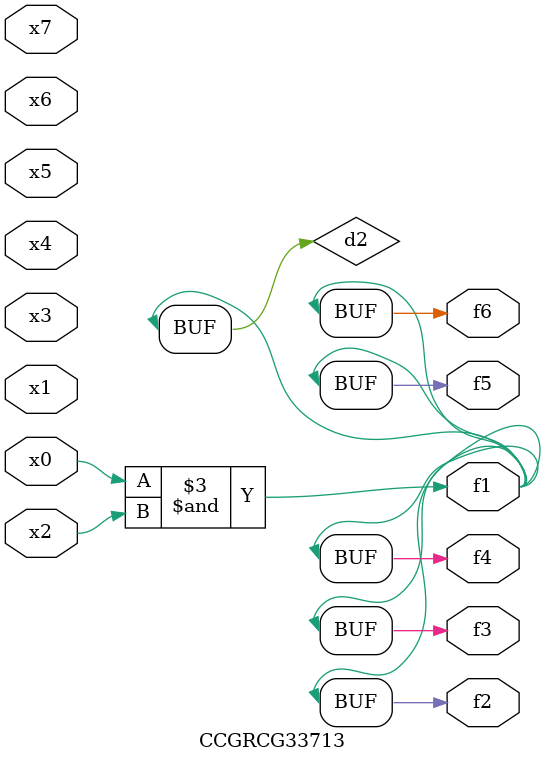
<source format=v>
module CCGRCG33713(
	input x0, x1, x2, x3, x4, x5, x6, x7,
	output f1, f2, f3, f4, f5, f6
);

	wire d1, d2;

	nor (d1, x3, x6);
	and (d2, x0, x2);
	assign f1 = d2;
	assign f2 = d2;
	assign f3 = d2;
	assign f4 = d2;
	assign f5 = d2;
	assign f6 = d2;
endmodule

</source>
